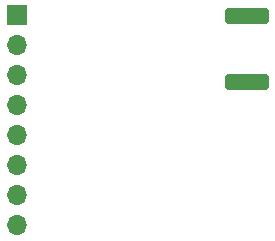
<source format=gbr>
%TF.GenerationSoftware,KiCad,Pcbnew,8.0.8*%
%TF.CreationDate,2025-03-31T21:12:05+02:00*%
%TF.ProjectId,nrf24small,6e726632-3473-46d6-916c-6c2e6b696361,rev?*%
%TF.SameCoordinates,Original*%
%TF.FileFunction,Soldermask,Bot*%
%TF.FilePolarity,Negative*%
%FSLAX46Y46*%
G04 Gerber Fmt 4.6, Leading zero omitted, Abs format (unit mm)*
G04 Created by KiCad (PCBNEW 8.0.8) date 2025-03-31 21:12:05*
%MOMM*%
%LPD*%
G01*
G04 APERTURE LIST*
G04 Aperture macros list*
%AMRoundRect*
0 Rectangle with rounded corners*
0 $1 Rounding radius*
0 $2 $3 $4 $5 $6 $7 $8 $9 X,Y pos of 4 corners*
0 Add a 4 corners polygon primitive as box body*
4,1,4,$2,$3,$4,$5,$6,$7,$8,$9,$2,$3,0*
0 Add four circle primitives for the rounded corners*
1,1,$1+$1,$2,$3*
1,1,$1+$1,$4,$5*
1,1,$1+$1,$6,$7*
1,1,$1+$1,$8,$9*
0 Add four rect primitives between the rounded corners*
20,1,$1+$1,$2,$3,$4,$5,0*
20,1,$1+$1,$4,$5,$6,$7,0*
20,1,$1+$1,$6,$7,$8,$9,0*
20,1,$1+$1,$8,$9,$2,$3,0*%
G04 Aperture macros list end*
%ADD10RoundRect,0.250000X1.600000X-0.425000X1.600000X0.425000X-1.600000X0.425000X-1.600000X-0.425000X0*%
%ADD11R,1.700000X1.700000*%
%ADD12O,1.700000X1.700000*%
G04 APERTURE END LIST*
D10*
%TO.C,J1*%
X105000000Y-51500000D03*
X105000000Y-57150000D03*
%TD*%
D11*
%TO.C,J2*%
X85500000Y-51460000D03*
D12*
X85500000Y-54000000D03*
X85500000Y-56540000D03*
X85500000Y-59080000D03*
X85500000Y-61620000D03*
X85500000Y-64160000D03*
X85500000Y-66700000D03*
X85500000Y-69240000D03*
%TD*%
M02*

</source>
